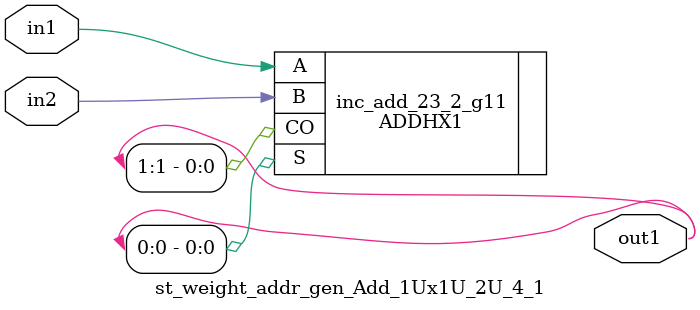
<source format=v>
`timescale 1ps / 1ps


module st_weight_addr_gen_Add_1Ux1U_2U_4_1(in2, in1, out1);
  input in2, in1;
  output [1:0] out1;
  wire in2, in1;
  wire [1:0] out1;
  ADDHX1 inc_add_23_2_g11(.A (in1), .B (in2), .CO (out1[1]), .S
       (out1[0]));
endmodule



</source>
